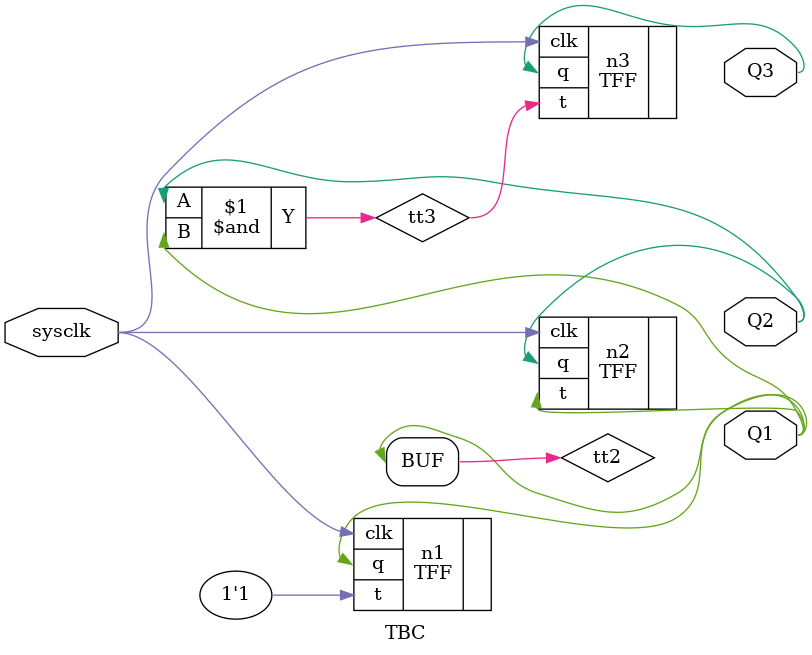
<source format=v>
`timescale 1ns / 1ps


module TBC(
    input sysclk,
    output Q1,Q2,Q3
    );
 
    wire tt2,tt3;
    TFF n1(.clk(sysclk), .t(1'b1), .q(Q1));
    assign tt2 = Q1;
    TFF n2(.clk(sysclk), .t(tt2), .q(Q2));
    assign tt3 = Q2 & Q1;
    TFF n3(.clk(sysclk), .t(tt3), .q(Q3));
endmodule

</source>
